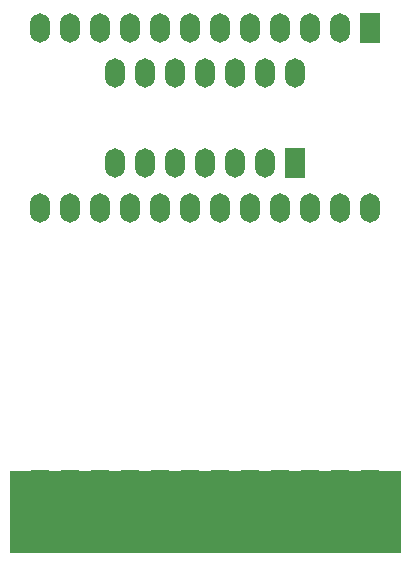
<source format=gbr>
%TF.GenerationSoftware,KiCad,Pcbnew,(5.1.6-0-10_14)*%
%TF.CreationDate,2020-09-23T23:55:55+02:00*%
%TF.ProjectId,a2k6-cart,61326b36-2d63-4617-9274-2e6b69636164,rev?*%
%TF.SameCoordinates,Original*%
%TF.FileFunction,Soldermask,Top*%
%TF.FilePolarity,Negative*%
%FSLAX46Y46*%
G04 Gerber Fmt 4.6, Leading zero omitted, Abs format (unit mm)*
G04 Created by KiCad (PCBNEW (5.1.6-0-10_14)) date 2020-09-23 23:55:55*
%MOMM*%
%LPD*%
G01*
G04 APERTURE LIST*
%ADD10C,0.100000*%
%ADD11O,1.700000X2.500000*%
%ADD12R,1.700000X2.500000*%
%ADD13R,1.624000X6.450000*%
G04 APERTURE END LIST*
D10*
G36*
X169164000Y-121539000D02*
G01*
X136144000Y-121539000D01*
X136144000Y-114681000D01*
X169164000Y-114681000D01*
X169164000Y-121539000D01*
G37*
X169164000Y-121539000D02*
X136144000Y-121539000D01*
X136144000Y-114681000D01*
X169164000Y-114681000D01*
X169164000Y-121539000D01*
D11*
%TO.C,U2*%
X160274000Y-81026000D03*
X145034000Y-88646000D03*
X157734000Y-81026000D03*
X147574000Y-88646000D03*
X155194000Y-81026000D03*
X150114000Y-88646000D03*
X152654000Y-81026000D03*
X152654000Y-88646000D03*
X150114000Y-81026000D03*
X155194000Y-88646000D03*
X147574000Y-81026000D03*
X157734000Y-88646000D03*
X145034000Y-81026000D03*
D12*
X160274000Y-88646000D03*
%TD*%
D11*
%TO.C,U1*%
X166624000Y-92456000D03*
X138684000Y-77216000D03*
X164084000Y-92456000D03*
X141224000Y-77216000D03*
X161544000Y-92456000D03*
X143764000Y-77216000D03*
X159004000Y-92456000D03*
X146304000Y-77216000D03*
X156464000Y-92456000D03*
X148844000Y-77216000D03*
X153924000Y-92456000D03*
X151384000Y-77216000D03*
X151384000Y-92456000D03*
X153924000Y-77216000D03*
X148844000Y-92456000D03*
X156464000Y-77216000D03*
X146304000Y-92456000D03*
X159004000Y-77216000D03*
X143764000Y-92456000D03*
X161544000Y-77216000D03*
X141224000Y-92456000D03*
X164084000Y-77216000D03*
X138684000Y-92456000D03*
D12*
X166624000Y-77216000D03*
%TD*%
D13*
%TO.C,J1*%
X166624000Y-117856000D03*
X164084000Y-117856000D03*
X161544000Y-117856000D03*
X159004000Y-117856000D03*
X156464000Y-117856000D03*
X153924000Y-117856000D03*
X151384000Y-117856000D03*
X148844000Y-117856000D03*
X146304000Y-117856000D03*
X143764000Y-117856000D03*
X141224000Y-117856000D03*
X138684000Y-117856000D03*
%TD*%
M02*

</source>
